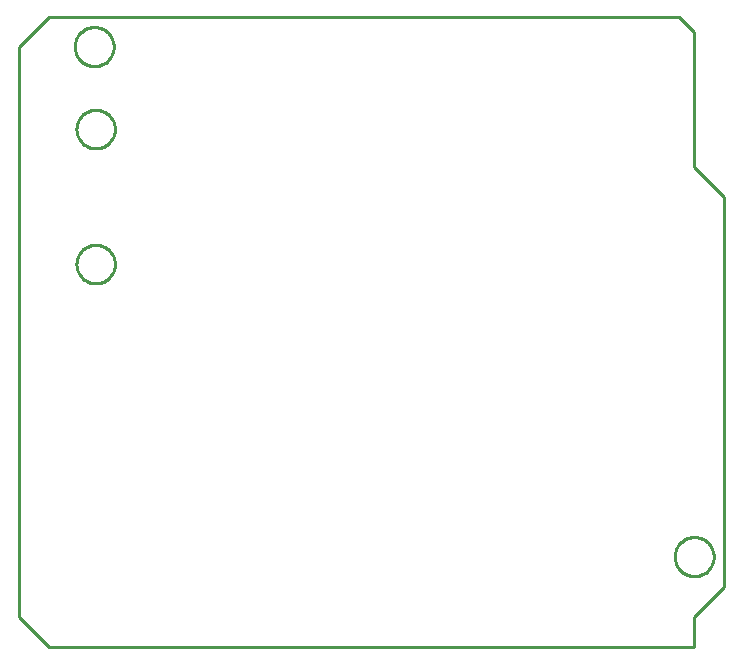
<source format=gbr>
G04 EAGLE Gerber RS-274X export*
G75*
%MOMM*%
%FSLAX34Y34*%
%LPD*%
%IN*%
%IPPOS*%
%AMOC8*
5,1,8,0,0,1.08239X$1,22.5*%
G01*
%ADD10C,0.254000*%


D10*
X0Y25400D02*
X25400Y0D01*
X571500Y0D01*
X571500Y25400D01*
X596900Y50800D01*
X596900Y381000D01*
X571500Y406400D01*
X571500Y520700D01*
X558800Y533400D01*
X25400Y533400D01*
X0Y508000D01*
X0Y25400D01*
X570960Y59690D02*
X569881Y59761D01*
X568809Y59902D01*
X567749Y60113D01*
X566705Y60392D01*
X565681Y60740D01*
X564683Y61154D01*
X563713Y61632D01*
X562777Y62172D01*
X561878Y62773D01*
X561021Y63431D01*
X560208Y64144D01*
X559444Y64908D01*
X558731Y65721D01*
X558073Y66578D01*
X557472Y67477D01*
X556932Y68413D01*
X556454Y69383D01*
X556040Y70381D01*
X555692Y71405D01*
X555413Y72449D01*
X555202Y73509D01*
X555061Y74581D01*
X554990Y75660D01*
X554990Y76740D01*
X555061Y77819D01*
X555202Y78891D01*
X555413Y79951D01*
X555692Y80995D01*
X556040Y82019D01*
X556454Y83017D01*
X556932Y83987D01*
X557472Y84923D01*
X558073Y85822D01*
X558731Y86679D01*
X559444Y87492D01*
X560208Y88257D01*
X561021Y88969D01*
X561878Y89627D01*
X562777Y90228D01*
X563713Y90768D01*
X564683Y91246D01*
X565681Y91660D01*
X566705Y92008D01*
X567749Y92287D01*
X568809Y92498D01*
X569881Y92639D01*
X570960Y92710D01*
X572040Y92710D01*
X573119Y92639D01*
X574191Y92498D01*
X575251Y92287D01*
X576295Y92008D01*
X577319Y91660D01*
X578317Y91246D01*
X579287Y90768D01*
X580223Y90228D01*
X581122Y89627D01*
X581979Y88969D01*
X582792Y88257D01*
X583557Y87492D01*
X584269Y86679D01*
X584927Y85822D01*
X585528Y84923D01*
X586068Y83987D01*
X586546Y83017D01*
X586960Y82019D01*
X587308Y80995D01*
X587587Y79951D01*
X587798Y78891D01*
X587939Y77819D01*
X588010Y76740D01*
X588010Y75660D01*
X587939Y74581D01*
X587798Y73509D01*
X587587Y72449D01*
X587308Y71405D01*
X586960Y70381D01*
X586546Y69383D01*
X586068Y68413D01*
X585528Y67477D01*
X584927Y66578D01*
X584269Y65721D01*
X583557Y64908D01*
X582792Y64144D01*
X581979Y63431D01*
X581122Y62773D01*
X580223Y62172D01*
X579287Y61632D01*
X578317Y61154D01*
X577319Y60740D01*
X576295Y60392D01*
X575251Y60113D01*
X574191Y59902D01*
X573119Y59761D01*
X572040Y59690D01*
X570960Y59690D01*
X62960Y491490D02*
X61881Y491561D01*
X60809Y491702D01*
X59749Y491913D01*
X58705Y492192D01*
X57681Y492540D01*
X56683Y492954D01*
X55713Y493432D01*
X54777Y493972D01*
X53878Y494573D01*
X53021Y495231D01*
X52208Y495944D01*
X51444Y496708D01*
X50731Y497521D01*
X50073Y498378D01*
X49472Y499277D01*
X48932Y500213D01*
X48454Y501183D01*
X48040Y502181D01*
X47692Y503205D01*
X47413Y504249D01*
X47202Y505309D01*
X47061Y506381D01*
X46990Y507460D01*
X46990Y508540D01*
X47061Y509619D01*
X47202Y510691D01*
X47413Y511751D01*
X47692Y512795D01*
X48040Y513819D01*
X48454Y514817D01*
X48932Y515787D01*
X49472Y516723D01*
X50073Y517622D01*
X50731Y518479D01*
X51444Y519292D01*
X52208Y520057D01*
X53021Y520769D01*
X53878Y521427D01*
X54777Y522028D01*
X55713Y522568D01*
X56683Y523046D01*
X57681Y523460D01*
X58705Y523808D01*
X59749Y524087D01*
X60809Y524298D01*
X61881Y524439D01*
X62960Y524510D01*
X64040Y524510D01*
X65119Y524439D01*
X66191Y524298D01*
X67251Y524087D01*
X68295Y523808D01*
X69319Y523460D01*
X70317Y523046D01*
X71287Y522568D01*
X72223Y522028D01*
X73122Y521427D01*
X73979Y520769D01*
X74792Y520057D01*
X75557Y519292D01*
X76269Y518479D01*
X76927Y517622D01*
X77528Y516723D01*
X78068Y515787D01*
X78546Y514817D01*
X78960Y513819D01*
X79308Y512795D01*
X79587Y511751D01*
X79798Y510691D01*
X79939Y509619D01*
X80010Y508540D01*
X80010Y507460D01*
X79939Y506381D01*
X79798Y505309D01*
X79587Y504249D01*
X79308Y503205D01*
X78960Y502181D01*
X78546Y501183D01*
X78068Y500213D01*
X77528Y499277D01*
X76927Y498378D01*
X76269Y497521D01*
X75557Y496708D01*
X74792Y495944D01*
X73979Y495231D01*
X73122Y494573D01*
X72223Y493972D01*
X71287Y493432D01*
X70317Y492954D01*
X69319Y492540D01*
X68295Y492192D01*
X67251Y491913D01*
X66191Y491702D01*
X65119Y491561D01*
X64040Y491490D01*
X62960Y491490D01*
X65232Y340100D02*
X66294Y340030D01*
X67348Y339892D01*
X68392Y339684D01*
X69420Y339409D01*
X70427Y339067D01*
X71410Y338659D01*
X72364Y338189D01*
X73286Y337657D01*
X74170Y337066D01*
X75014Y336418D01*
X75814Y335717D01*
X76567Y334964D01*
X77268Y334164D01*
X77916Y333320D01*
X78507Y332436D01*
X79039Y331514D01*
X79509Y330560D01*
X79917Y329577D01*
X80259Y328570D01*
X80534Y327542D01*
X80742Y326498D01*
X80880Y325444D01*
X80950Y324382D01*
X80950Y323318D01*
X80880Y322256D01*
X80742Y321202D01*
X80534Y320158D01*
X80259Y319130D01*
X79917Y318123D01*
X79509Y317140D01*
X79039Y316186D01*
X78507Y315264D01*
X77916Y314380D01*
X77268Y313536D01*
X76567Y312736D01*
X75814Y311983D01*
X75014Y311282D01*
X74170Y310634D01*
X73286Y310043D01*
X72364Y309511D01*
X71410Y309041D01*
X70427Y308633D01*
X69420Y308291D01*
X68392Y308016D01*
X67348Y307808D01*
X66294Y307670D01*
X65232Y307600D01*
X64168Y307600D01*
X63106Y307670D01*
X62052Y307808D01*
X61008Y308016D01*
X59980Y308291D01*
X58973Y308633D01*
X57990Y309041D01*
X57036Y309511D01*
X56114Y310043D01*
X55230Y310634D01*
X54386Y311282D01*
X53586Y311983D01*
X52833Y312736D01*
X52132Y313536D01*
X51484Y314380D01*
X50893Y315264D01*
X50361Y316186D01*
X49891Y317140D01*
X49483Y318123D01*
X49141Y319130D01*
X48866Y320158D01*
X48658Y321202D01*
X48520Y322256D01*
X48450Y323318D01*
X48450Y324382D01*
X48520Y325444D01*
X48658Y326498D01*
X48866Y327542D01*
X49141Y328570D01*
X49483Y329577D01*
X49891Y330560D01*
X50361Y331514D01*
X50893Y332436D01*
X51484Y333320D01*
X52132Y334164D01*
X52833Y334964D01*
X53586Y335717D01*
X54386Y336418D01*
X55230Y337066D01*
X56114Y337657D01*
X57036Y338189D01*
X57990Y338659D01*
X58973Y339067D01*
X59980Y339409D01*
X61008Y339684D01*
X62052Y339892D01*
X63106Y340030D01*
X64168Y340100D01*
X65232Y340100D01*
X65232Y454400D02*
X66294Y454330D01*
X67348Y454192D01*
X68392Y453984D01*
X69420Y453709D01*
X70427Y453367D01*
X71410Y452959D01*
X72364Y452489D01*
X73286Y451957D01*
X74170Y451366D01*
X75014Y450718D01*
X75814Y450017D01*
X76567Y449264D01*
X77268Y448464D01*
X77916Y447620D01*
X78507Y446736D01*
X79039Y445814D01*
X79509Y444860D01*
X79917Y443877D01*
X80259Y442870D01*
X80534Y441842D01*
X80742Y440798D01*
X80880Y439744D01*
X80950Y438682D01*
X80950Y437618D01*
X80880Y436556D01*
X80742Y435502D01*
X80534Y434458D01*
X80259Y433430D01*
X79917Y432423D01*
X79509Y431440D01*
X79039Y430486D01*
X78507Y429564D01*
X77916Y428680D01*
X77268Y427836D01*
X76567Y427036D01*
X75814Y426283D01*
X75014Y425582D01*
X74170Y424934D01*
X73286Y424343D01*
X72364Y423811D01*
X71410Y423341D01*
X70427Y422933D01*
X69420Y422591D01*
X68392Y422316D01*
X67348Y422108D01*
X66294Y421970D01*
X65232Y421900D01*
X64168Y421900D01*
X63106Y421970D01*
X62052Y422108D01*
X61008Y422316D01*
X59980Y422591D01*
X58973Y422933D01*
X57990Y423341D01*
X57036Y423811D01*
X56114Y424343D01*
X55230Y424934D01*
X54386Y425582D01*
X53586Y426283D01*
X52833Y427036D01*
X52132Y427836D01*
X51484Y428680D01*
X50893Y429564D01*
X50361Y430486D01*
X49891Y431440D01*
X49483Y432423D01*
X49141Y433430D01*
X48866Y434458D01*
X48658Y435502D01*
X48520Y436556D01*
X48450Y437618D01*
X48450Y438682D01*
X48520Y439744D01*
X48658Y440798D01*
X48866Y441842D01*
X49141Y442870D01*
X49483Y443877D01*
X49891Y444860D01*
X50361Y445814D01*
X50893Y446736D01*
X51484Y447620D01*
X52132Y448464D01*
X52833Y449264D01*
X53586Y450017D01*
X54386Y450718D01*
X55230Y451366D01*
X56114Y451957D01*
X57036Y452489D01*
X57990Y452959D01*
X58973Y453367D01*
X59980Y453709D01*
X61008Y453984D01*
X62052Y454192D01*
X63106Y454330D01*
X64168Y454400D01*
X65232Y454400D01*
M02*

</source>
